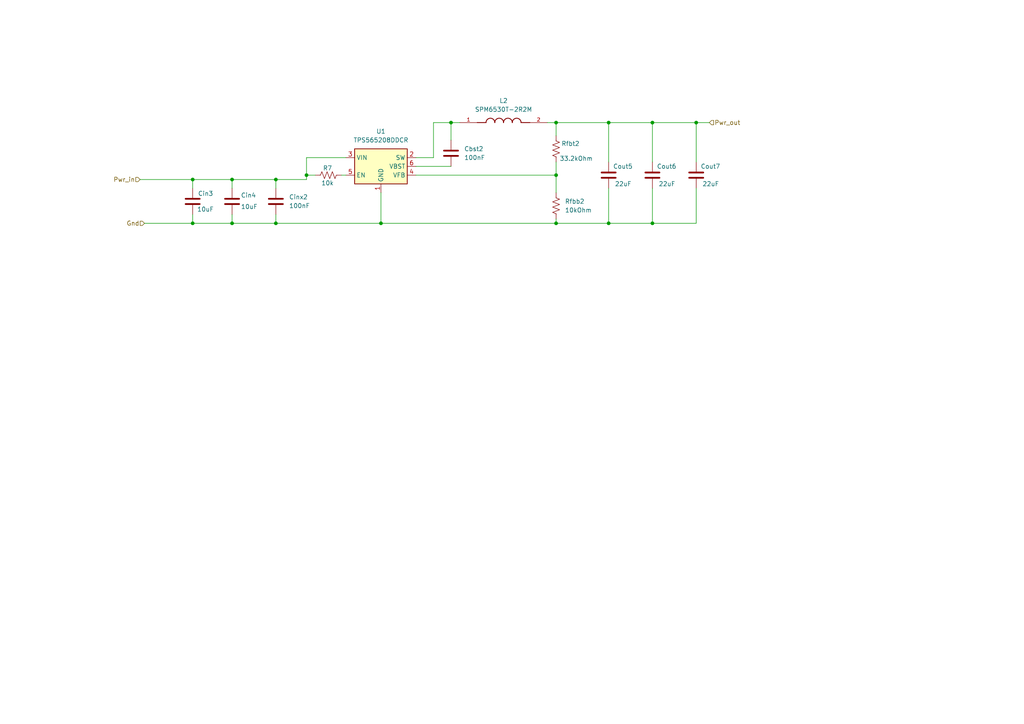
<source format=kicad_sch>
(kicad_sch (version 20231120) (generator "eeschema") (generator_version "8.0")
  (paper "A4")
  (lib_symbols
    (symbol "Device:C" (pin_numbers hide) (pin_names (offset 0.254))
      (property "Reference" "C" (at 0.635 2.54 0))
      (property "Value" "C" (at 0.635 -2.54 0))
      (symbol "C_0_1"
        (polyline (pts (xy -2.032 -0.762) (xy 2.032 -0.762)) (stroke (width 0.508)))
        (polyline (pts (xy -2.032 0.762) (xy 2.032 0.762)) (stroke (width 0.508)))
      )
      (symbol "C_1_1"
        (pin passive line (at 0 3.81 270) (length 2.794) (name "~") (number "1"))
        (pin passive line (at 0 -3.81 90) (length 2.794) (name "~") (number "2"))
      )
    )
    (symbol "Device:R_US" (pin_numbers hide) (pin_names (offset 0))
      (property "Reference" "R" (at 2.54 0 90))
      (property "Value" "R_US" (at -2.54 0 90))
      (symbol "R_US_0_1"
        (polyline (pts (xy 0 -2.286) (xy 0 -2.54)))
        (polyline (pts (xy 0 2.286) (xy 0 2.54)))
        (polyline (pts (xy 0 -0.762) (xy 1.016 -1.143) (xy 0 -1.524) (xy -1.016 -1.905) (xy 0 -2.286)))
        (polyline (pts (xy 0 0.762) (xy 1.016 0.381) (xy 0 0) (xy -1.016 -0.381) (xy 0 -0.762)))
        (polyline (pts (xy 0 2.286) (xy 1.016 1.905) (xy 0 1.524) (xy -1.016 1.143) (xy 0 0.762)))
      )
      (symbol "R_US_1_1"
        (pin passive line (at 0 3.81 270) (length 1.27) (name "~") (number "1"))
        (pin passive line (at 0 -3.81 90) (length 1.27) (name "~") (number "2"))
      )
    )
    (symbol "Regulator_Switching:TPS565208"
      (property "Reference" "U" (at -7.62 6.35 0))
      (property "Value" "TPS565208" (at -2.54 6.35 0))
      (symbol "TPS565208_0_1"
        (rectangle (start -7.62 5.08) (end 7.62 -5.08) (stroke (width 0.254)) (fill (type background)))
      )
      (symbol "TPS565208_1_1"
        (pin power_in line (at 0 -7.62 90) (length 2.54) (name "GND") (number "1"))
        (pin output line (at 10.16 2.54 180) (length 2.54) (name "SW") (number "2"))
        (pin power_in line (at -10.16 2.54 0) (length 2.54) (name "VIN") (number "3"))
        (pin input line (at 10.16 -2.54 180) (length 2.54) (name "VFB") (number "4"))
        (pin input line (at -10.16 -2.54 0) (length 2.54) (name "EN") (number "5"))
        (pin passive line (at 10.16 0 180) (length 2.54) (name "VBST") (number "6"))
      )
    )
    (symbol "SPM6530T-2R2M-HZ:SPM6530T-2R2M-HZ" (pin_names (offset 1.016))
      (property "Reference" "L" (at -10.16 5.08 0))
      (property "Value" "SPM6530T-2R2M-HZ" (at -10.16 -5.08 0))
      (symbol "SPM6530T-2R2M-HZ_0_0"
        (arc (start -2.54 0) (mid -3.81 1.2645) (end -5.08 0) (stroke (width 0.254)))
        (arc (start 0 0) (mid -1.27 1.2645) (end -2.54 0) (stroke (width 0.254)))
        (polyline (pts (xy -5.08 0) (xy -7.62 0)) (stroke (width 0.254)))
        (polyline (pts (xy 5.08 0) (xy 7.62 0)) (stroke (width 0.254)))
        (arc (start 2.54 0) (mid 1.27 1.2645) (end 0 0) (stroke (width 0.254)))
        (arc (start 5.08 0) (mid 3.81 1.2645) (end 2.54 0) (stroke (width 0.254)))
        (pin passive line (at -12.7 0 0) (length 5.08) (name "~") (number "1"))
        (pin passive line (at 12.7 0 180) (length 5.08) (name "~") (number "2"))
      )
    )
  )
  (junction (at 67.31 64.77))
  (junction (at 130.81 35.56))
  (junction (at 189.23 64.77))
  (junction (at 176.53 64.77))
  (junction (at 55.88 52.07))
  (junction (at 110.49 64.77))
  (junction (at 201.93 35.56))
  (junction (at 55.88 64.77))
  (junction (at 88.9 50.8))
  (junction (at 161.29 64.77))
  (junction (at 189.23 35.56))
  (junction (at 161.29 50.8))
  (junction (at 161.29 35.56))
  (junction (at 80.01 52.07))
  (junction (at 176.53 35.56))
  (junction (at 67.31 52.07))
  (junction (at 80.01 64.77))
  (wire (pts (xy 161.29 46.99) (xy 161.29 50.8)))
  (wire (pts (xy 55.88 52.07) (xy 67.31 52.07)))
  (wire (pts (xy 201.93 35.56) (xy 201.93 46.99)))
  (wire (pts (xy 130.81 35.56) (xy 133.35 35.56)))
  (wire (pts (xy 55.88 62.23) (xy 55.88 64.77)))
  (wire (pts (xy 125.73 45.72) (xy 125.73 35.56)))
  (wire (pts (xy 176.53 54.61) (xy 176.53 64.77)))
  (wire (pts (xy 110.49 64.77) (xy 161.29 64.77)))
  (wire (pts (xy 80.01 64.77) (xy 110.49 64.77)))
  (wire (pts (xy 158.75 35.56) (xy 161.29 35.56)))
  (wire (pts (xy 88.9 45.72) (xy 100.33 45.72)))
  (wire (pts (xy 161.29 35.56) (xy 176.53 35.56)))
  (wire (pts (xy 55.88 52.07) (xy 55.88 54.61)))
  (wire (pts (xy 41.91 64.77) (xy 55.88 64.77)))
  (wire (pts (xy 120.65 50.8) (xy 161.29 50.8)))
  (wire (pts (xy 201.93 35.56) (xy 205.74 35.56)))
  (wire (pts (xy 67.31 62.23) (xy 67.31 64.77)))
  (wire (pts (xy 161.29 63.5) (xy 161.29 64.77)))
  (wire (pts (xy 100.33 50.8) (xy 99.06 50.8)))
  (wire (pts (xy 189.23 35.56) (xy 189.23 46.99)))
  (wire (pts (xy 130.81 35.56) (xy 130.81 40.64)))
  (wire (pts (xy 176.53 64.77) (xy 189.23 64.77)))
  (wire (pts (xy 161.29 50.8) (xy 161.29 55.88)))
  (wire (pts (xy 80.01 52.07) (xy 88.9 52.07)))
  (wire (pts (xy 67.31 52.07) (xy 80.01 52.07)))
  (wire (pts (xy 161.29 35.56) (xy 161.29 39.37)))
  (wire (pts (xy 120.65 48.26) (xy 130.81 48.26)))
  (wire (pts (xy 201.93 54.61) (xy 201.93 64.77)))
  (wire (pts (xy 40.64 52.07) (xy 55.88 52.07)))
  (wire (pts (xy 80.01 62.23) (xy 80.01 64.77)))
  (wire (pts (xy 88.9 50.8) (xy 88.9 45.72)))
  (wire (pts (xy 67.31 64.77) (xy 80.01 64.77)))
  (wire (pts (xy 161.29 64.77) (xy 176.53 64.77)))
  (wire (pts (xy 125.73 35.56) (xy 130.81 35.56)))
  (wire (pts (xy 189.23 54.61) (xy 189.23 64.77)))
  (wire (pts (xy 110.49 55.88) (xy 110.49 64.77)))
  (wire (pts (xy 176.53 35.56) (xy 176.53 46.99)))
  (wire (pts (xy 88.9 50.8) (xy 91.44 50.8)))
  (wire (pts (xy 176.53 35.56) (xy 189.23 35.56)))
  (wire (pts (xy 88.9 52.07) (xy 88.9 50.8)))
  (wire (pts (xy 120.65 45.72) (xy 125.73 45.72)))
  (wire (pts (xy 189.23 35.56) (xy 201.93 35.56)))
  (wire (pts (xy 80.01 52.07) (xy 80.01 54.61)))
  (wire (pts (xy 55.88 64.77) (xy 67.31 64.77)))
  (wire (pts (xy 67.31 52.07) (xy 67.31 54.61)))
  (wire (pts (xy 201.93 64.77) (xy 189.23 64.77)))
  (hierarchical_label "Pwr_out" (shape input) (at 205.74 35.56 0))
  (hierarchical_label "Pwr_in" (shape input) (at 40.64 52.07 180))
  (hierarchical_label "Gnd" (shape input) (at 41.91 64.77 180))
  (symbol (lib_id "Device:C") (at 67.31 58.42 0) (unit 1)
    (property "Reference" "Cin4" (at 69.85 56.642 0) (effects (justify left)))
    (property "Value" "10uF" (at 69.85 59.944 0) (effects (justify left)))
    (property "Footprint" "Capacitor_SMD:C_0805_2012Metric_Pad1.18x1.45mm_HandSolder" (effects (hide yes)))
    (property "Description" "Unpolarized capacitor" (effects (hide yes)))
  )
  (symbol (lib_id "Regulator_Switching:TPS565208") (at 110.49 48.26 0) (unit 1)
    (property "Reference" "U1" (at 110.49 38.1 0))
    (property "Value" "TPS565208DDCR" (at 110.49 40.64 0))
    (property "Footprint" "Package_TO_SOT_SMD:SOT-23-6" (effects (hide yes)))
    (property "Datasheet" "http://www.ti.com/lit/ds/symlink/tps565208.pdf" (effects (hide yes)))
    (property "Description" "5A Synchronous Step-Down Voltage Regulator, Adjustable Output Voltage, 4.5-17V Input Voltage, SOT-23-6" (effects (hide yes)))
  )
  (symbol (lib_id "Device:C") (at 189.23 50.8 0) (unit 1)
    (property "Reference" "Cout6" (at 190.5 48.26 0) (effects (justify left)))
    (property "Value" "22uF" (at 191.008 53.34 0) (effects (justify left)))
    (property "Footprint" "Capacitor_SMD:C_0805_2012Metric_Pad1.18x1.45mm_HandSolder" (effects (hide yes)))
    (property "Description" "Unpolarized capacitor" (effects (hide yes)))
  )
  (symbol (lib_id "Device:C") (at 55.88 58.42 0) (unit 1)
    (property "Reference" "Cin3" (at 57.404 56.134 0) (effects (justify left)))
    (property "Value" "10uF" (at 57.15 60.706 0) (effects (justify left)))
    (property "Footprint" "Capacitor_SMD:C_0805_2012Metric_Pad1.18x1.45mm_HandSolder" (effects (hide yes)))
    (property "Description" "Unpolarized capacitor" (effects (hide yes)))
  )
  (symbol (lib_id "SPM6530T-2R2M-HZ:SPM6530T-2R2M-HZ") (at 146.05 35.56 0) (unit 1)
    (property "Reference" "L2" (at 146.05 29.21 0))
    (property "Value" "SPM6530T-2R2M" (at 146.05 31.75 0))
    (property "Footprint" "SPM6530T-2R2M-HZ:IND_SPM6530T-2R2M-HZ" (effects (hide yes)))
    (property "MF" "TDK Corporation" (effects (hide yes)))
    (property "MAXIMUM_PACKAGE_HEIGHT" "3.0 mm" (effects (hide yes)))
    (property "Package" "NON STANDARD-2 TDK" (effects (hide yes)))
    (property "Price" "None" (effects (hide yes)))
    (property "Check_prices" "https://www.snapeda.com/parts/SPM6530T-2R2M-HZ/TDK/view-part/?ref=eda" (effects (hide yes)))
    (property "STANDARD" "Manufacturer Recommendations" (effects (hide yes)))
    (property "PARTREV" "20210423" (effects (hide yes)))
    (property "SnapEDA_Link" "https://www.snapeda.com/parts/SPM6530T-2R2M-HZ/TDK/view-part/?ref=snap" (effects (hide yes)))
    (property "MP" "SPM6530T-2R2M-HZ" (effects (hide yes)))
    (property "Description_1" "\n                        \n                            2.2 µH Shielded Drum Core, Wirewound Inductor 8.4 A 19.03mOhm Max Nonstandard -\n                        \n" (effects (hide yes)))
    (property "Availability" "In Stock" (effects (hide yes)))
    (property "MANUFACTURER" "TDK" (effects (hide yes)))
  )
  (symbol (lib_id "Device:R_US") (at 95.25 50.8 270) (unit 1)
    (property "Reference" "R7" (at 94.996 48.768 90))
    (property "Value" "10k" (at 94.996 53.086 90))
    (property "Footprint" "Resistor_SMD:R_0805_2012Metric_Pad1.20x1.40mm_HandSolder" (effects (hide yes)))
    (property "Description" "Resistor, US symbol" (effects (hide yes)))
  )
  (symbol (lib_id "Device:C") (at 130.81 44.45 0) (unit 1)
    (property "Reference" "Cbst2" (at 134.62 43.1799 0) (effects (justify left)))
    (property "Value" "100nF" (at 134.62 45.7199 0) (effects (justify left)))
    (property "Footprint" "Capacitor_SMD:C_0805_2012Metric_Pad1.18x1.45mm_HandSolder" (effects (hide yes)))
    (property "Description" "Unpolarized capacitor" (effects (hide yes)))
  )
  (symbol (lib_id "Device:C") (at 176.53 50.8 0) (unit 1)
    (property "Reference" "Cout5" (at 177.8 48.26 0) (effects (justify left)))
    (property "Value" "22uF" (at 178.308 53.34 0) (effects (justify left)))
    (property "Footprint" "Capacitor_SMD:C_0805_2012Metric_Pad1.18x1.45mm_HandSolder" (effects (hide yes)))
    (property "Description" "Unpolarized capacitor" (effects (hide yes)))
  )
  (symbol (lib_id "Device:R_US") (at 161.29 43.18 0) (unit 1)
    (property "Reference" "Rfbt2" (at 162.814 41.656 0) (effects (justify left)))
    (property "Value" "33.2kOhm" (at 162.306 45.974 0) (effects (justify left)))
    (property "Footprint" "Resistor_SMD:R_0805_2012Metric_Pad1.20x1.40mm_HandSolder" (effects (hide yes)))
    (property "Description" "Resistor, US symbol" (effects (hide yes)))
  )
  (symbol (lib_id "Device:C") (at 80.01 58.42 0) (unit 1)
    (property "Reference" "Cinx2" (at 83.82 57.1499 0) (effects (justify left)))
    (property "Value" "100nF" (at 83.82 59.6899 0) (effects (justify left)))
    (property "Footprint" "Capacitor_SMD:C_0805_2012Metric_Pad1.18x1.45mm_HandSolder" (effects (hide yes)))
    (property "Description" "Unpolarized capacitor" (effects (hide yes)))
  )
  (symbol (lib_id "Device:C") (at 201.93 50.8 0) (unit 1)
    (property "Reference" "Cout7" (at 203.2 48.26 0) (effects (justify left)))
    (property "Value" "22uF" (at 203.708 53.34 0) (effects (justify left)))
    (property "Footprint" "Capacitor_SMD:C_0805_2012Metric_Pad1.18x1.45mm_HandSolder" (effects (hide yes)))
    (property "Description" "Unpolarized capacitor" (effects (hide yes)))
  )
  (symbol (lib_id "Device:R_US") (at 161.29 59.69 0) (unit 1)
    (property "Reference" "Rfbb2" (at 163.83 58.4199 0) (effects (justify left)))
    (property "Value" "10kOhm" (at 163.83 60.9599 0) (effects (justify left)))
    (property "Footprint" "Resistor_SMD:R_0805_2012Metric_Pad1.20x1.40mm_HandSolder" (effects (hide yes)))
    (property "Description" "Resistor, US symbol" (effects (hide yes)))
  )
)
</source>
